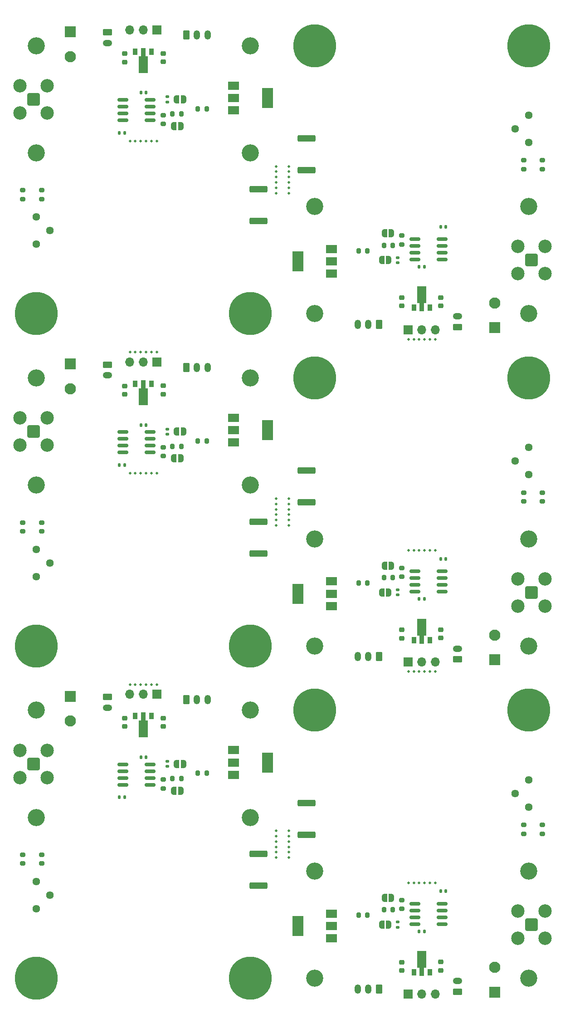
<source format=gts>
G04 #@! TF.GenerationSoftware,KiCad,Pcbnew,7.0.5-7.0.5~ubuntu22.04.1*
G04 #@! TF.CreationDate,2023-06-19T14:44:07+01:00*
G04 #@! TF.ProjectId,panel,70616e65-6c2e-46b6-9963-61645f706362,v01*
G04 #@! TF.SameCoordinates,Original*
G04 #@! TF.FileFunction,Soldermask,Top*
G04 #@! TF.FilePolarity,Negative*
%FSLAX46Y46*%
G04 Gerber Fmt 4.6, Leading zero omitted, Abs format (unit mm)*
G04 Created by KiCad (PCBNEW 7.0.5-7.0.5~ubuntu22.04.1) date 2023-06-19 14:44:07*
%MOMM*%
%LPD*%
G01*
G04 APERTURE LIST*
G04 Aperture macros list*
%AMRoundRect*
0 Rectangle with rounded corners*
0 $1 Rounding radius*
0 $2 $3 $4 $5 $6 $7 $8 $9 X,Y pos of 4 corners*
0 Add a 4 corners polygon primitive as box body*
4,1,4,$2,$3,$4,$5,$6,$7,$8,$9,$2,$3,0*
0 Add four circle primitives for the rounded corners*
1,1,$1+$1,$2,$3*
1,1,$1+$1,$4,$5*
1,1,$1+$1,$6,$7*
1,1,$1+$1,$8,$9*
0 Add four rect primitives between the rounded corners*
20,1,$1+$1,$2,$3,$4,$5,0*
20,1,$1+$1,$4,$5,$6,$7,0*
20,1,$1+$1,$6,$7,$8,$9,0*
20,1,$1+$1,$8,$9,$2,$3,0*%
%AMFreePoly0*
4,1,19,0.500000,-0.750000,0.000000,-0.750000,0.000000,-0.744911,-0.071157,-0.744911,-0.207708,-0.704816,-0.327430,-0.627875,-0.420627,-0.520320,-0.479746,-0.390866,-0.500000,-0.250000,-0.500000,0.250000,-0.479746,0.390866,-0.420627,0.520320,-0.327430,0.627875,-0.207708,0.704816,-0.071157,0.744911,0.000000,0.744911,0.000000,0.750000,0.500000,0.750000,0.500000,-0.750000,0.500000,-0.750000,
$1*%
%AMFreePoly1*
4,1,19,0.000000,0.744911,0.071157,0.744911,0.207708,0.704816,0.327430,0.627875,0.420627,0.520320,0.479746,0.390866,0.500000,0.250000,0.500000,-0.250000,0.479746,-0.390866,0.420627,-0.520320,0.327430,-0.627875,0.207708,-0.704816,0.071157,-0.744911,0.000000,-0.744911,0.000000,-0.750000,-0.500000,-0.750000,-0.500000,0.750000,0.000000,0.750000,0.000000,0.744911,0.000000,0.744911,
$1*%
%AMFreePoly2*
4,1,9,3.862500,-0.866500,0.737500,-0.866500,0.737500,-0.450000,-0.737500,-0.450000,-0.737500,0.450000,0.737500,0.450000,0.737500,0.866500,3.862500,0.866500,3.862500,-0.866500,3.862500,-0.866500,$1*%
G04 Aperture macros list end*
%ADD10RoundRect,0.200100X0.949900X-0.949900X0.949900X0.949900X-0.949900X0.949900X-0.949900X-0.949900X0*%
%ADD11C,2.500000*%
%ADD12C,3.200000*%
%ADD13C,0.500000*%
%ADD14C,8.000000*%
%ADD15RoundRect,0.250000X1.425000X-0.362500X1.425000X0.362500X-1.425000X0.362500X-1.425000X-0.362500X0*%
%ADD16C,1.440000*%
%ADD17RoundRect,0.140000X0.140000X0.170000X-0.140000X0.170000X-0.140000X-0.170000X0.140000X-0.170000X0*%
%ADD18RoundRect,0.162500X0.825000X0.162500X-0.825000X0.162500X-0.825000X-0.162500X0.825000X-0.162500X0*%
%ADD19FreePoly0,0.000000*%
%ADD20FreePoly1,0.000000*%
%ADD21RoundRect,0.225000X0.250000X-0.225000X0.250000X0.225000X-0.250000X0.225000X-0.250000X-0.225000X0*%
%ADD22RoundRect,0.200000X0.200000X0.275000X-0.200000X0.275000X-0.200000X-0.275000X0.200000X-0.275000X0*%
%ADD23R,2.000000X1.500000*%
%ADD24R,2.000000X3.800000*%
%ADD25RoundRect,0.200000X-0.275000X0.200000X-0.275000X-0.200000X0.275000X-0.200000X0.275000X0.200000X0*%
%ADD26RoundRect,0.250001X0.799999X-0.799999X0.799999X0.799999X-0.799999X0.799999X-0.799999X-0.799999X0*%
%ADD27C,2.100000*%
%ADD28RoundRect,0.200000X-0.200000X-0.275000X0.200000X-0.275000X0.200000X0.275000X-0.200000X0.275000X0*%
%ADD29R,0.900000X1.300000*%
%ADD30FreePoly2,270.000000*%
%ADD31RoundRect,0.200000X0.275000X-0.200000X0.275000X0.200000X-0.275000X0.200000X-0.275000X-0.200000X0*%
%ADD32RoundRect,0.140000X-0.170000X0.140000X-0.170000X-0.140000X0.170000X-0.140000X0.170000X0.140000X0*%
%ADD33FreePoly2,90.000000*%
%ADD34R,1.700000X1.700000*%
%ADD35O,1.700000X1.700000*%
%ADD36FreePoly0,180.000000*%
%ADD37FreePoly1,180.000000*%
%ADD38RoundRect,0.225000X-0.250000X0.225000X-0.250000X-0.225000X0.250000X-0.225000X0.250000X0.225000X0*%
%ADD39RoundRect,0.200100X-0.949900X0.949900X-0.949900X-0.949900X0.949900X-0.949900X0.949900X0.949900X0*%
%ADD40RoundRect,0.140000X-0.140000X-0.170000X0.140000X-0.170000X0.140000X0.170000X-0.140000X0.170000X0*%
%ADD41RoundRect,0.250000X0.625000X-0.350000X0.625000X0.350000X-0.625000X0.350000X-0.625000X-0.350000X0*%
%ADD42O,1.750000X1.200000*%
%ADD43RoundRect,0.250000X0.350000X0.625000X-0.350000X0.625000X-0.350000X-0.625000X0.350000X-0.625000X0*%
%ADD44O,1.200000X1.750000*%
%ADD45RoundRect,0.162500X-0.825000X-0.162500X0.825000X-0.162500X0.825000X0.162500X-0.825000X0.162500X0*%
%ADD46RoundRect,0.140000X0.170000X-0.140000X0.170000X0.140000X-0.170000X0.140000X-0.170000X-0.140000X0*%
%ADD47RoundRect,0.250000X-0.350000X-0.625000X0.350000X-0.625000X0.350000X0.625000X-0.350000X0.625000X0*%
%ADD48RoundRect,0.250000X-1.425000X0.362500X-1.425000X-0.362500X1.425000X-0.362500X1.425000X0.362500X0*%
%ADD49RoundRect,0.250000X-0.625000X0.350000X-0.625000X-0.350000X0.625000X-0.350000X0.625000X0.350000X0*%
%ADD50RoundRect,0.250001X-0.799999X0.799999X-0.799999X-0.799999X0.799999X-0.799999X0.799999X0.799999X0*%
G04 APERTURE END LIST*
D10*
G04 #@! TO.C,J5*
X4540000Y-77000000D03*
D11*
X2000000Y-79540000D03*
X7080000Y-79540000D03*
X2000000Y-74460000D03*
X7080000Y-74460000D03*
G04 #@! TD*
D12*
G04 #@! TO.C,H4*
X5000000Y-25000000D03*
G04 #@! TD*
D13*
G04 #@! TO.C,J2*
X97000000Y-69400000D03*
X94400000Y-67000000D03*
D14*
X97000000Y-67000000D03*
D13*
X99400000Y-67000000D03*
X97000000Y-64600000D03*
G04 #@! TD*
D15*
G04 #@! TO.C,R1*
X55500000Y-28212500D03*
X55500000Y-22287500D03*
G04 #@! TD*
D13*
G04 #@! TO.C,J1*
X57000000Y-131400000D03*
X54400000Y-129000000D03*
D14*
X57000000Y-129000000D03*
D13*
X59400000Y-129000000D03*
X57000000Y-126600000D03*
G04 #@! TD*
D16*
G04 #@! TO.C,RV1*
X5000000Y-42040000D03*
X7540000Y-39500000D03*
X5000000Y-36960000D03*
G04 #@! TD*
D17*
G04 #@! TO.C,C1*
X77460000Y-108250000D03*
X76500000Y-108250000D03*
G04 #@! TD*
D12*
G04 #@! TO.C,H1*
X97000000Y-117000000D03*
G04 #@! TD*
D13*
G04 #@! TO.C,REF\u002A\u002A*
X79500000Y-99200000D03*
G04 #@! TD*
D18*
G04 #@! TO.C,U1*
X26287500Y-142905000D03*
X26287500Y-141635000D03*
X26287500Y-140365000D03*
X26287500Y-139095000D03*
X21212500Y-139095000D03*
X21212500Y-140365000D03*
X21212500Y-141635000D03*
X21212500Y-142905000D03*
G04 #@! TD*
D13*
G04 #@! TO.C,REF\u002A\u002A*
X25500000Y-124200000D03*
G04 #@! TD*
D19*
G04 #@! TO.C,JP2*
X70000000Y-164000000D03*
D20*
X71300000Y-164000000D03*
G04 #@! TD*
D13*
G04 #@! TO.C,REF\u002A\u002A*
X52200000Y-155500000D03*
G04 #@! TD*
G04 #@! TO.C,J2*
X5000000Y-52600000D03*
X7600000Y-55000000D03*
D14*
X5000000Y-55000000D03*
D13*
X2600000Y-55000000D03*
X5000000Y-57400000D03*
G04 #@! TD*
D21*
G04 #@! TO.C,C2*
X80500000Y-115525000D03*
X80500000Y-113975000D03*
G04 #@! TD*
D12*
G04 #@! TO.C,H3*
X45000000Y-149000000D03*
G04 #@! TD*
D13*
G04 #@! TO.C,REF\u002A\u002A*
X74500000Y-121800000D03*
G04 #@! TD*
D22*
G04 #@! TO.C,R4*
X71575000Y-42250000D03*
X69925000Y-42250000D03*
G04 #@! TD*
D13*
G04 #@! TO.C,REF\u002A\u002A*
X78500000Y-121800000D03*
G04 #@! TD*
D23*
G04 #@! TO.C,U2*
X60150000Y-171550000D03*
X60150000Y-169250000D03*
X60150000Y-166950000D03*
D24*
X53850000Y-169250000D03*
G04 #@! TD*
D13*
G04 #@! TO.C,REF\u002A\u002A*
X25500000Y-22800000D03*
G04 #@! TD*
G04 #@! TO.C,REF\u002A\u002A*
X49800000Y-90500000D03*
G04 #@! TD*
D25*
G04 #@! TO.C,R3*
X28750000Y-141925000D03*
X28750000Y-143575000D03*
G04 #@! TD*
D18*
G04 #@! TO.C,U1*
X26287500Y-80905000D03*
X26287500Y-79635000D03*
X26287500Y-78365000D03*
X26287500Y-77095000D03*
X21212500Y-77095000D03*
X21212500Y-78365000D03*
X21212500Y-79635000D03*
X21212500Y-80905000D03*
G04 #@! TD*
D26*
G04 #@! TO.C,J4*
X90600000Y-57600001D03*
D27*
X90600000Y-53000001D03*
G04 #@! TD*
D28*
G04 #@! TO.C,R4*
X30425000Y-141750000D03*
X32075000Y-141750000D03*
G04 #@! TD*
D29*
G04 #@! TO.C,U3*
X26500000Y-68100000D03*
D30*
X25000000Y-68187500D03*
D29*
X23500000Y-68100000D03*
G04 #@! TD*
D13*
G04 #@! TO.C,REF\u002A\u002A*
X76500000Y-121800000D03*
G04 #@! TD*
D31*
G04 #@! TO.C,R6*
X6000000Y-95615000D03*
X6000000Y-93965000D03*
G04 #@! TD*
D25*
G04 #@! TO.C,R3*
X28750000Y-17925000D03*
X28750000Y-19575000D03*
G04 #@! TD*
D13*
G04 #@! TO.C,REF\u002A\u002A*
X22500000Y-62200000D03*
G04 #@! TD*
D12*
G04 #@! TO.C,H3*
X57000000Y-159000000D03*
G04 #@! TD*
D13*
G04 #@! TO.C,REF\u002A\u002A*
X75500000Y-161200000D03*
G04 #@! TD*
D25*
G04 #@! TO.C,R5*
X2500000Y-93965000D03*
X2500000Y-95615000D03*
G04 #@! TD*
G04 #@! TO.C,R6*
X96000000Y-150385000D03*
X96000000Y-152035000D03*
G04 #@! TD*
D29*
G04 #@! TO.C,U3*
X26500000Y-6100000D03*
D30*
X25000000Y-6187500D03*
D29*
X23500000Y-6100000D03*
G04 #@! TD*
D13*
G04 #@! TO.C,REF\u002A\u002A*
X75500000Y-59800000D03*
G04 #@! TD*
D12*
G04 #@! TO.C,H3*
X57000000Y-97000000D03*
G04 #@! TD*
D32*
G04 #@! TO.C,C4*
X72500000Y-106520000D03*
X72500000Y-107480000D03*
G04 #@! TD*
D12*
G04 #@! TO.C,H1*
X97000000Y-179000000D03*
G04 #@! TD*
D13*
G04 #@! TO.C,REF\u002A\u002A*
X74500000Y-59800000D03*
G04 #@! TD*
G04 #@! TO.C,REF\u002A\u002A*
X52200000Y-89500000D03*
G04 #@! TD*
D12*
G04 #@! TO.C,H4*
X5000000Y-87000000D03*
G04 #@! TD*
D29*
G04 #@! TO.C,U3*
X75500000Y-53900000D03*
D33*
X77000000Y-53812500D03*
D29*
X78500000Y-53900000D03*
G04 #@! TD*
D13*
G04 #@! TO.C,REF\u002A\u002A*
X49800000Y-89500000D03*
G04 #@! TD*
D34*
G04 #@! TO.C,J3*
X27540000Y-126025000D03*
D35*
X25000000Y-126025000D03*
X22460000Y-126025000D03*
G04 #@! TD*
D36*
G04 #@! TO.C,JP2*
X32000000Y-20000000D03*
D37*
X30700000Y-20000000D03*
G04 #@! TD*
D38*
G04 #@! TO.C,C3*
X73250000Y-52000000D03*
X73250000Y-53550000D03*
G04 #@! TD*
D29*
G04 #@! TO.C,U3*
X75500000Y-177900000D03*
D33*
X77000000Y-177812500D03*
D29*
X78500000Y-177900000D03*
G04 #@! TD*
D12*
G04 #@! TO.C,H1*
X97000000Y-55000000D03*
G04 #@! TD*
D15*
G04 #@! TO.C,R1*
X55500000Y-152212500D03*
X55500000Y-146287500D03*
G04 #@! TD*
D13*
G04 #@! TO.C,REF\u002A\u002A*
X49800000Y-154500000D03*
G04 #@! TD*
G04 #@! TO.C,REF\u002A\u002A*
X52200000Y-92500000D03*
G04 #@! TD*
D19*
G04 #@! TO.C,JP1*
X31200000Y-15000000D03*
D20*
X32500000Y-15000000D03*
G04 #@! TD*
D34*
G04 #@! TO.C,J3*
X74460000Y-119975000D03*
D35*
X77000000Y-119975000D03*
X79540000Y-119975000D03*
G04 #@! TD*
D31*
G04 #@! TO.C,R3*
X73250000Y-104075000D03*
X73250000Y-102425000D03*
G04 #@! TD*
D22*
G04 #@! TO.C,R2*
X36825000Y-78750000D03*
X35175000Y-78750000D03*
G04 #@! TD*
D13*
G04 #@! TO.C,REF\u002A\u002A*
X77500000Y-99200000D03*
G04 #@! TD*
D31*
G04 #@! TO.C,R3*
X73250000Y-166075000D03*
X73250000Y-164425000D03*
G04 #@! TD*
D12*
G04 #@! TO.C,H3*
X45000000Y-87000000D03*
G04 #@! TD*
D22*
G04 #@! TO.C,R2*
X36825000Y-140750000D03*
X35175000Y-140750000D03*
G04 #@! TD*
D13*
G04 #@! TO.C,REF\u002A\u002A*
X76500000Y-59800000D03*
G04 #@! TD*
D17*
G04 #@! TO.C,C1*
X77460000Y-46250000D03*
X76500000Y-46250000D03*
G04 #@! TD*
D16*
G04 #@! TO.C,RV1*
X97000000Y-79960000D03*
X94460000Y-82500000D03*
X97000000Y-85040000D03*
G04 #@! TD*
D21*
G04 #@! TO.C,C2*
X80500000Y-53525000D03*
X80500000Y-51975000D03*
G04 #@! TD*
D29*
G04 #@! TO.C,U3*
X75500000Y-115900000D03*
D33*
X77000000Y-115812500D03*
D29*
X78500000Y-115900000D03*
G04 #@! TD*
D13*
G04 #@! TO.C,REF\u002A\u002A*
X27500000Y-124200000D03*
G04 #@! TD*
G04 #@! TO.C,REF\u002A\u002A*
X76500000Y-99200000D03*
G04 #@! TD*
D28*
G04 #@! TO.C,R2*
X65175000Y-105250000D03*
X66825000Y-105250000D03*
G04 #@! TD*
D19*
G04 #@! TO.C,JP1*
X31200000Y-139000000D03*
D20*
X32500000Y-139000000D03*
G04 #@! TD*
D39*
G04 #@! TO.C,J5*
X97460000Y-45000000D03*
D11*
X100000000Y-42460000D03*
X94920000Y-42460000D03*
X100000000Y-47540000D03*
X94920000Y-47540000D03*
G04 #@! TD*
D22*
G04 #@! TO.C,R4*
X71575000Y-104250000D03*
X69925000Y-104250000D03*
G04 #@! TD*
D36*
G04 #@! TO.C,JP1*
X70800000Y-45000000D03*
D37*
X69500000Y-45000000D03*
G04 #@! TD*
D40*
G04 #@! TO.C,C1*
X24540000Y-75750000D03*
X25500000Y-75750000D03*
G04 #@! TD*
D13*
G04 #@! TO.C,REF\u002A\u002A*
X24500000Y-124200000D03*
G04 #@! TD*
G04 #@! TO.C,J2*
X97000000Y-7400000D03*
X94400000Y-5000000D03*
D14*
X97000000Y-5000000D03*
D13*
X99400000Y-5000000D03*
X97000000Y-2600000D03*
G04 #@! TD*
D22*
G04 #@! TO.C,R4*
X71575000Y-166250000D03*
X69925000Y-166250000D03*
G04 #@! TD*
D13*
G04 #@! TO.C,REF\u002A\u002A*
X52200000Y-94500000D03*
G04 #@! TD*
D12*
G04 #@! TO.C,H3*
X57000000Y-35000000D03*
G04 #@! TD*
D41*
G04 #@! TO.C,J6*
X83700000Y-57500000D03*
D42*
X83700000Y-55500000D03*
G04 #@! TD*
D13*
G04 #@! TO.C,REF\u002A\u002A*
X26500000Y-84800000D03*
G04 #@! TD*
D43*
G04 #@! TO.C,J7*
X69000000Y-181000000D03*
D44*
X67000000Y-181000000D03*
X65000000Y-181000000D03*
G04 #@! TD*
D17*
G04 #@! TO.C,C5*
X81460000Y-162750000D03*
X80500000Y-162750000D03*
G04 #@! TD*
D13*
G04 #@! TO.C,REF\u002A\u002A*
X27500000Y-62200000D03*
G04 #@! TD*
G04 #@! TO.C,REF\u002A\u002A*
X52200000Y-31500000D03*
G04 #@! TD*
G04 #@! TO.C,J1*
X57000000Y-69400000D03*
X54400000Y-67000000D03*
D14*
X57000000Y-67000000D03*
D13*
X59400000Y-67000000D03*
X57000000Y-64600000D03*
G04 #@! TD*
D18*
G04 #@! TO.C,U1*
X26287500Y-18905000D03*
X26287500Y-17635000D03*
X26287500Y-16365000D03*
X26287500Y-15095000D03*
X21212500Y-15095000D03*
X21212500Y-16365000D03*
X21212500Y-17635000D03*
X21212500Y-18905000D03*
G04 #@! TD*
D12*
G04 #@! TO.C,H4*
X97000000Y-159000000D03*
G04 #@! TD*
G04 #@! TO.C,H4*
X5000000Y-149000000D03*
G04 #@! TD*
D15*
G04 #@! TO.C,R1*
X55500000Y-90212500D03*
X55500000Y-84287500D03*
G04 #@! TD*
D13*
G04 #@! TO.C,REF\u002A\u002A*
X49800000Y-92500000D03*
G04 #@! TD*
D45*
G04 #@! TO.C,U1*
X75712500Y-103095000D03*
X75712500Y-104365000D03*
X75712500Y-105635000D03*
X75712500Y-106905000D03*
X80787500Y-106905000D03*
X80787500Y-105635000D03*
X80787500Y-104365000D03*
X80787500Y-103095000D03*
G04 #@! TD*
D13*
G04 #@! TO.C,REF\u002A\u002A*
X77500000Y-121800000D03*
G04 #@! TD*
G04 #@! TO.C,REF\u002A\u002A*
X49800000Y-93500000D03*
G04 #@! TD*
D41*
G04 #@! TO.C,J6*
X83700000Y-181500000D03*
D42*
X83700000Y-179500000D03*
G04 #@! TD*
D13*
G04 #@! TO.C,REF\u002A\u002A*
X74500000Y-99200000D03*
G04 #@! TD*
D23*
G04 #@! TO.C,U2*
X60150000Y-109550000D03*
X60150000Y-107250000D03*
X60150000Y-104950000D03*
D24*
X53850000Y-107250000D03*
G04 #@! TD*
D13*
G04 #@! TO.C,REF\u002A\u002A*
X52200000Y-29500000D03*
G04 #@! TD*
D21*
G04 #@! TO.C,C2*
X80500000Y-177525000D03*
X80500000Y-175975000D03*
G04 #@! TD*
D28*
G04 #@! TO.C,R4*
X30425000Y-17750000D03*
X32075000Y-17750000D03*
G04 #@! TD*
D13*
G04 #@! TO.C,REF\u002A\u002A*
X23500000Y-124200000D03*
G04 #@! TD*
D43*
G04 #@! TO.C,J7*
X69000000Y-57000000D03*
D44*
X67000000Y-57000000D03*
X65000000Y-57000000D03*
G04 #@! TD*
D12*
G04 #@! TO.C,H2*
X45000000Y-129000000D03*
G04 #@! TD*
D25*
G04 #@! TO.C,R6*
X96000000Y-88385000D03*
X96000000Y-90035000D03*
G04 #@! TD*
D13*
G04 #@! TO.C,REF\u002A\u002A*
X49800000Y-31500000D03*
G04 #@! TD*
G04 #@! TO.C,J2*
X5000000Y-114600000D03*
X7600000Y-117000000D03*
D14*
X5000000Y-117000000D03*
D13*
X2600000Y-117000000D03*
X5000000Y-119400000D03*
G04 #@! TD*
G04 #@! TO.C,REF\u002A\u002A*
X52200000Y-90500000D03*
G04 #@! TD*
G04 #@! TO.C,REF\u002A\u002A*
X52200000Y-91500000D03*
G04 #@! TD*
D25*
G04 #@! TO.C,R5*
X2500000Y-155965000D03*
X2500000Y-157615000D03*
G04 #@! TD*
D12*
G04 #@! TO.C,H1*
X5000000Y-5000000D03*
G04 #@! TD*
D46*
G04 #@! TO.C,C4*
X29500000Y-77480000D03*
X29500000Y-76520000D03*
G04 #@! TD*
D32*
G04 #@! TO.C,C4*
X72500000Y-168520000D03*
X72500000Y-169480000D03*
G04 #@! TD*
D12*
G04 #@! TO.C,H2*
X45000000Y-5000000D03*
G04 #@! TD*
D34*
G04 #@! TO.C,J3*
X27540000Y-2025000D03*
D35*
X25000000Y-2025000D03*
X22460000Y-2025000D03*
G04 #@! TD*
D13*
G04 #@! TO.C,REF\u002A\u002A*
X49800000Y-30500000D03*
G04 #@! TD*
G04 #@! TO.C,J1*
X45000000Y-114600000D03*
X47600000Y-117000000D03*
D14*
X45000000Y-117000000D03*
D13*
X42600000Y-117000000D03*
X45000000Y-119400000D03*
G04 #@! TD*
D45*
G04 #@! TO.C,U1*
X75712500Y-165095000D03*
X75712500Y-166365000D03*
X75712500Y-167635000D03*
X75712500Y-168905000D03*
X80787500Y-168905000D03*
X80787500Y-167635000D03*
X80787500Y-166365000D03*
X80787500Y-165095000D03*
G04 #@! TD*
D41*
G04 #@! TO.C,J6*
X83700000Y-119500000D03*
D42*
X83700000Y-117500000D03*
G04 #@! TD*
D26*
G04 #@! TO.C,J4*
X90600000Y-119600001D03*
D27*
X90600000Y-115000001D03*
G04 #@! TD*
D31*
G04 #@! TO.C,R6*
X6000000Y-33615000D03*
X6000000Y-31965000D03*
G04 #@! TD*
D13*
G04 #@! TO.C,REF\u002A\u002A*
X26500000Y-124200000D03*
G04 #@! TD*
G04 #@! TO.C,J1*
X57000000Y-7400000D03*
X54400000Y-5000000D03*
D14*
X57000000Y-5000000D03*
D13*
X59400000Y-5000000D03*
X57000000Y-2600000D03*
G04 #@! TD*
D12*
G04 #@! TO.C,H2*
X57000000Y-179000000D03*
G04 #@! TD*
D13*
G04 #@! TO.C,REF\u002A\u002A*
X78500000Y-59800000D03*
G04 #@! TD*
D40*
G04 #@! TO.C,C5*
X20540000Y-145250000D03*
X21500000Y-145250000D03*
G04 #@! TD*
D47*
G04 #@! TO.C,J7*
X33000000Y-65000000D03*
D44*
X35000000Y-65000000D03*
X37000000Y-65000000D03*
G04 #@! TD*
D13*
G04 #@! TO.C,REF\u002A\u002A*
X52200000Y-27500000D03*
G04 #@! TD*
G04 #@! TO.C,REF\u002A\u002A*
X49800000Y-32500000D03*
G04 #@! TD*
D12*
G04 #@! TO.C,H2*
X57000000Y-117000000D03*
G04 #@! TD*
D19*
G04 #@! TO.C,JP2*
X70000000Y-40000000D03*
D20*
X71300000Y-40000000D03*
G04 #@! TD*
D13*
G04 #@! TO.C,REF\u002A\u002A*
X52200000Y-32500000D03*
G04 #@! TD*
D21*
G04 #@! TO.C,C3*
X28750000Y-70000000D03*
X28750000Y-68450000D03*
G04 #@! TD*
D48*
G04 #@! TO.C,R1*
X46500000Y-31787500D03*
X46500000Y-37712500D03*
G04 #@! TD*
D13*
G04 #@! TO.C,REF\u002A\u002A*
X25500000Y-84800000D03*
G04 #@! TD*
D31*
G04 #@! TO.C,R5*
X99500000Y-152035000D03*
X99500000Y-150385000D03*
G04 #@! TD*
D32*
G04 #@! TO.C,C4*
X72500000Y-44520000D03*
X72500000Y-45480000D03*
G04 #@! TD*
D13*
G04 #@! TO.C,REF\u002A\u002A*
X52200000Y-154500000D03*
G04 #@! TD*
D12*
G04 #@! TO.C,H1*
X5000000Y-67000000D03*
G04 #@! TD*
D22*
G04 #@! TO.C,R2*
X36825000Y-16750000D03*
X35175000Y-16750000D03*
G04 #@! TD*
D13*
G04 #@! TO.C,REF\u002A\u002A*
X49800000Y-151500000D03*
G04 #@! TD*
G04 #@! TO.C,REF\u002A\u002A*
X25500000Y-62200000D03*
G04 #@! TD*
D19*
G04 #@! TO.C,JP2*
X70000000Y-102000000D03*
D20*
X71300000Y-102000000D03*
G04 #@! TD*
D49*
G04 #@! TO.C,J6*
X18300000Y-64500000D03*
D42*
X18300000Y-66500000D03*
G04 #@! TD*
D40*
G04 #@! TO.C,C5*
X20540000Y-21250000D03*
X21500000Y-21250000D03*
G04 #@! TD*
D12*
G04 #@! TO.C,H4*
X97000000Y-35000000D03*
G04 #@! TD*
D50*
G04 #@! TO.C,J4*
X11400000Y-126399999D03*
D27*
X11400000Y-130999999D03*
G04 #@! TD*
D25*
G04 #@! TO.C,R3*
X28750000Y-79925000D03*
X28750000Y-81575000D03*
G04 #@! TD*
D13*
G04 #@! TO.C,REF\u002A\u002A*
X49800000Y-156500000D03*
G04 #@! TD*
D34*
G04 #@! TO.C,J3*
X74460000Y-181975000D03*
D35*
X77000000Y-181975000D03*
X79540000Y-181975000D03*
G04 #@! TD*
D13*
G04 #@! TO.C,REF\u002A\u002A*
X49800000Y-94500000D03*
G04 #@! TD*
G04 #@! TO.C,J2*
X97000000Y-131400000D03*
X94400000Y-129000000D03*
D14*
X97000000Y-129000000D03*
D13*
X99400000Y-129000000D03*
X97000000Y-126600000D03*
G04 #@! TD*
D46*
G04 #@! TO.C,C4*
X29500000Y-139480000D03*
X29500000Y-138520000D03*
G04 #@! TD*
D13*
G04 #@! TO.C,REF\u002A\u002A*
X52200000Y-30500000D03*
G04 #@! TD*
D23*
G04 #@! TO.C,U2*
X41850000Y-136450000D03*
X41850000Y-138750000D03*
X41850000Y-141050000D03*
D24*
X48150000Y-138750000D03*
G04 #@! TD*
D31*
G04 #@! TO.C,R6*
X6000000Y-157615000D03*
X6000000Y-155965000D03*
G04 #@! TD*
D13*
G04 #@! TO.C,REF\u002A\u002A*
X22500000Y-22800000D03*
G04 #@! TD*
G04 #@! TO.C,REF\u002A\u002A*
X79500000Y-161200000D03*
G04 #@! TD*
D31*
G04 #@! TO.C,R3*
X73250000Y-42075000D03*
X73250000Y-40425000D03*
G04 #@! TD*
D38*
G04 #@! TO.C,C2*
X21500000Y-130475000D03*
X21500000Y-132025000D03*
G04 #@! TD*
D48*
G04 #@! TO.C,R1*
X46500000Y-93787500D03*
X46500000Y-99712500D03*
G04 #@! TD*
D28*
G04 #@! TO.C,R2*
X65175000Y-167250000D03*
X66825000Y-167250000D03*
G04 #@! TD*
D47*
G04 #@! TO.C,J7*
X33000000Y-3000000D03*
D44*
X35000000Y-3000000D03*
X37000000Y-3000000D03*
G04 #@! TD*
D13*
G04 #@! TO.C,REF\u002A\u002A*
X23500000Y-22800000D03*
G04 #@! TD*
D31*
G04 #@! TO.C,R5*
X99500000Y-90035000D03*
X99500000Y-88385000D03*
G04 #@! TD*
G04 #@! TO.C,R5*
X99500000Y-28035000D03*
X99500000Y-26385000D03*
G04 #@! TD*
D13*
G04 #@! TO.C,REF\u002A\u002A*
X49800000Y-153500000D03*
G04 #@! TD*
G04 #@! TO.C,REF\u002A\u002A*
X76500000Y-161200000D03*
G04 #@! TD*
D36*
G04 #@! TO.C,JP2*
X32000000Y-82000000D03*
D37*
X30700000Y-82000000D03*
G04 #@! TD*
D12*
G04 #@! TO.C,H2*
X45000000Y-67000000D03*
G04 #@! TD*
D13*
G04 #@! TO.C,REF\u002A\u002A*
X75500000Y-99200000D03*
G04 #@! TD*
G04 #@! TO.C,REF\u002A\u002A*
X75500000Y-121800000D03*
G04 #@! TD*
D21*
G04 #@! TO.C,C3*
X28750000Y-8000000D03*
X28750000Y-6450000D03*
G04 #@! TD*
D16*
G04 #@! TO.C,RV1*
X97000000Y-141960000D03*
X94460000Y-144500000D03*
X97000000Y-147040000D03*
G04 #@! TD*
D13*
G04 #@! TO.C,REF\u002A\u002A*
X78500000Y-161200000D03*
G04 #@! TD*
D23*
G04 #@! TO.C,U2*
X41850000Y-12450000D03*
X41850000Y-14750000D03*
X41850000Y-17050000D03*
D24*
X48150000Y-14750000D03*
G04 #@! TD*
D49*
G04 #@! TO.C,J6*
X18300000Y-126500000D03*
D42*
X18300000Y-128500000D03*
G04 #@! TD*
D13*
G04 #@! TO.C,REF\u002A\u002A*
X77500000Y-59800000D03*
G04 #@! TD*
D28*
G04 #@! TO.C,R4*
X30425000Y-79750000D03*
X32075000Y-79750000D03*
G04 #@! TD*
G04 #@! TO.C,R2*
X65175000Y-43250000D03*
X66825000Y-43250000D03*
G04 #@! TD*
D13*
G04 #@! TO.C,REF\u002A\u002A*
X24500000Y-62200000D03*
G04 #@! TD*
G04 #@! TO.C,REF\u002A\u002A*
X77500000Y-161200000D03*
G04 #@! TD*
G04 #@! TO.C,REF\u002A\u002A*
X52200000Y-152500000D03*
G04 #@! TD*
G04 #@! TO.C,REF\u002A\u002A*
X79500000Y-121800000D03*
G04 #@! TD*
D25*
G04 #@! TO.C,R6*
X96000000Y-26385000D03*
X96000000Y-28035000D03*
G04 #@! TD*
D34*
G04 #@! TO.C,J3*
X74460000Y-57975000D03*
D35*
X77000000Y-57975000D03*
X79540000Y-57975000D03*
G04 #@! TD*
D13*
G04 #@! TO.C,J2*
X5000000Y-176600000D03*
X7600000Y-179000000D03*
D14*
X5000000Y-179000000D03*
D13*
X2600000Y-179000000D03*
X5000000Y-181400000D03*
G04 #@! TD*
D25*
G04 #@! TO.C,R5*
X2500000Y-31965000D03*
X2500000Y-33615000D03*
G04 #@! TD*
D13*
G04 #@! TO.C,REF\u002A\u002A*
X78500000Y-99200000D03*
G04 #@! TD*
D39*
G04 #@! TO.C,J5*
X97460000Y-107000000D03*
D11*
X100000000Y-104460000D03*
X94920000Y-104460000D03*
X100000000Y-109540000D03*
X94920000Y-109540000D03*
G04 #@! TD*
D36*
G04 #@! TO.C,JP2*
X32000000Y-144000000D03*
D37*
X30700000Y-144000000D03*
G04 #@! TD*
D10*
G04 #@! TO.C,J5*
X4540000Y-15000000D03*
D11*
X2000000Y-17540000D03*
X7080000Y-17540000D03*
X2000000Y-12460000D03*
X7080000Y-12460000D03*
G04 #@! TD*
D38*
G04 #@! TO.C,C3*
X73250000Y-176000000D03*
X73250000Y-177550000D03*
G04 #@! TD*
D40*
G04 #@! TO.C,C5*
X20540000Y-83250000D03*
X21500000Y-83250000D03*
G04 #@! TD*
D10*
G04 #@! TO.C,J5*
X4540000Y-139000000D03*
D11*
X2000000Y-141540000D03*
X7080000Y-141540000D03*
X2000000Y-136460000D03*
X7080000Y-136460000D03*
G04 #@! TD*
D12*
G04 #@! TO.C,H4*
X97000000Y-97000000D03*
G04 #@! TD*
D48*
G04 #@! TO.C,R1*
X46500000Y-155787500D03*
X46500000Y-161712500D03*
G04 #@! TD*
D13*
G04 #@! TO.C,REF\u002A\u002A*
X49800000Y-28500000D03*
G04 #@! TD*
D38*
G04 #@! TO.C,C3*
X73250000Y-114000000D03*
X73250000Y-115550000D03*
G04 #@! TD*
D34*
G04 #@! TO.C,J3*
X27540000Y-64025000D03*
D35*
X25000000Y-64025000D03*
X22460000Y-64025000D03*
G04 #@! TD*
D12*
G04 #@! TO.C,H1*
X5000000Y-129000000D03*
G04 #@! TD*
D40*
G04 #@! TO.C,C1*
X24540000Y-137750000D03*
X25500000Y-137750000D03*
G04 #@! TD*
D19*
G04 #@! TO.C,JP1*
X31200000Y-77000000D03*
D20*
X32500000Y-77000000D03*
G04 #@! TD*
D21*
G04 #@! TO.C,C3*
X28750000Y-132000000D03*
X28750000Y-130450000D03*
G04 #@! TD*
D13*
G04 #@! TO.C,REF\u002A\u002A*
X79500000Y-59800000D03*
G04 #@! TD*
D12*
G04 #@! TO.C,H2*
X57000000Y-55000000D03*
G04 #@! TD*
D45*
G04 #@! TO.C,U1*
X75712500Y-41095000D03*
X75712500Y-42365000D03*
X75712500Y-43635000D03*
X75712500Y-44905000D03*
X80787500Y-44905000D03*
X80787500Y-43635000D03*
X80787500Y-42365000D03*
X80787500Y-41095000D03*
G04 #@! TD*
D13*
G04 #@! TO.C,REF\u002A\u002A*
X52200000Y-93500000D03*
G04 #@! TD*
G04 #@! TO.C,J1*
X45000000Y-52600000D03*
X47600000Y-55000000D03*
D14*
X45000000Y-55000000D03*
D13*
X42600000Y-55000000D03*
X45000000Y-57400000D03*
G04 #@! TD*
D38*
G04 #@! TO.C,C2*
X21500000Y-6475000D03*
X21500000Y-8025000D03*
G04 #@! TD*
D13*
G04 #@! TO.C,REF\u002A\u002A*
X24500000Y-22800000D03*
G04 #@! TD*
G04 #@! TO.C,REF\u002A\u002A*
X49800000Y-27500000D03*
G04 #@! TD*
D16*
G04 #@! TO.C,RV1*
X97000000Y-17960000D03*
X94460000Y-20500000D03*
X97000000Y-23040000D03*
G04 #@! TD*
D47*
G04 #@! TO.C,J7*
X33000000Y-127000000D03*
D44*
X35000000Y-127000000D03*
X37000000Y-127000000D03*
G04 #@! TD*
D38*
G04 #@! TO.C,C2*
X21500000Y-68475000D03*
X21500000Y-70025000D03*
G04 #@! TD*
D13*
G04 #@! TO.C,REF\u002A\u002A*
X52200000Y-153500000D03*
G04 #@! TD*
G04 #@! TO.C,REF\u002A\u002A*
X52200000Y-151500000D03*
G04 #@! TD*
D17*
G04 #@! TO.C,C5*
X81460000Y-38750000D03*
X80500000Y-38750000D03*
G04 #@! TD*
D13*
G04 #@! TO.C,REF\u002A\u002A*
X26500000Y-62200000D03*
G04 #@! TD*
G04 #@! TO.C,REF\u002A\u002A*
X24500000Y-84800000D03*
G04 #@! TD*
G04 #@! TO.C,REF\u002A\u002A*
X26500000Y-22800000D03*
G04 #@! TD*
G04 #@! TO.C,REF\u002A\u002A*
X22500000Y-124200000D03*
G04 #@! TD*
G04 #@! TO.C,REF\u002A\u002A*
X23500000Y-84800000D03*
G04 #@! TD*
D46*
G04 #@! TO.C,C4*
X29500000Y-15480000D03*
X29500000Y-14520000D03*
G04 #@! TD*
D13*
G04 #@! TO.C,REF\u002A\u002A*
X52200000Y-28500000D03*
G04 #@! TD*
G04 #@! TO.C,REF\u002A\u002A*
X49800000Y-152500000D03*
G04 #@! TD*
D36*
G04 #@! TO.C,JP1*
X70800000Y-169000000D03*
D37*
X69500000Y-169000000D03*
G04 #@! TD*
D16*
G04 #@! TO.C,RV1*
X5000000Y-104040000D03*
X7540000Y-101500000D03*
X5000000Y-98960000D03*
G04 #@! TD*
D13*
G04 #@! TO.C,J1*
X45000000Y-176600000D03*
X47600000Y-179000000D03*
D14*
X45000000Y-179000000D03*
D13*
X42600000Y-179000000D03*
X45000000Y-181400000D03*
G04 #@! TD*
G04 #@! TO.C,REF\u002A\u002A*
X49800000Y-155500000D03*
G04 #@! TD*
D50*
G04 #@! TO.C,J4*
X11400000Y-2399999D03*
D27*
X11400000Y-6999999D03*
G04 #@! TD*
D13*
G04 #@! TO.C,REF\u002A\u002A*
X27500000Y-84800000D03*
G04 #@! TD*
D49*
G04 #@! TO.C,J6*
X18300000Y-2500000D03*
D42*
X18300000Y-4500000D03*
G04 #@! TD*
D16*
G04 #@! TO.C,RV1*
X5000000Y-166040000D03*
X7540000Y-163500000D03*
X5000000Y-160960000D03*
G04 #@! TD*
D12*
G04 #@! TO.C,H3*
X45000000Y-25000000D03*
G04 #@! TD*
D36*
G04 #@! TO.C,JP1*
X70800000Y-107000000D03*
D37*
X69500000Y-107000000D03*
G04 #@! TD*
D23*
G04 #@! TO.C,U2*
X60150000Y-47550000D03*
X60150000Y-45250000D03*
X60150000Y-42950000D03*
D24*
X53850000Y-45250000D03*
G04 #@! TD*
D39*
G04 #@! TO.C,J5*
X97460000Y-169000000D03*
D11*
X100000000Y-166460000D03*
X94920000Y-166460000D03*
X100000000Y-171540000D03*
X94920000Y-171540000D03*
G04 #@! TD*
D29*
G04 #@! TO.C,U3*
X26500000Y-130100000D03*
D30*
X25000000Y-130187500D03*
D29*
X23500000Y-130100000D03*
G04 #@! TD*
D17*
G04 #@! TO.C,C1*
X77460000Y-170250000D03*
X76500000Y-170250000D03*
G04 #@! TD*
D50*
G04 #@! TO.C,J4*
X11400000Y-64399999D03*
D27*
X11400000Y-68999999D03*
G04 #@! TD*
D13*
G04 #@! TO.C,REF\u002A\u002A*
X49800000Y-91500000D03*
G04 #@! TD*
D23*
G04 #@! TO.C,U2*
X41850000Y-74450000D03*
X41850000Y-76750000D03*
X41850000Y-79050000D03*
D24*
X48150000Y-76750000D03*
G04 #@! TD*
D40*
G04 #@! TO.C,C1*
X24540000Y-13750000D03*
X25500000Y-13750000D03*
G04 #@! TD*
D13*
G04 #@! TO.C,REF\u002A\u002A*
X27500000Y-22800000D03*
G04 #@! TD*
G04 #@! TO.C,REF\u002A\u002A*
X49800000Y-29500000D03*
G04 #@! TD*
D43*
G04 #@! TO.C,J7*
X69000000Y-119000000D03*
D44*
X67000000Y-119000000D03*
X65000000Y-119000000D03*
G04 #@! TD*
D17*
G04 #@! TO.C,C5*
X81460000Y-100750000D03*
X80500000Y-100750000D03*
G04 #@! TD*
D13*
G04 #@! TO.C,REF\u002A\u002A*
X23500000Y-62200000D03*
G04 #@! TD*
G04 #@! TO.C,REF\u002A\u002A*
X22500000Y-84800000D03*
G04 #@! TD*
D26*
G04 #@! TO.C,J4*
X90600000Y-181600001D03*
D27*
X90600000Y-177000001D03*
G04 #@! TD*
D13*
G04 #@! TO.C,REF\u002A\u002A*
X74500000Y-161200000D03*
G04 #@! TD*
G04 #@! TO.C,REF\u002A\u002A*
X52200000Y-156500000D03*
G04 #@! TD*
M02*

</source>
